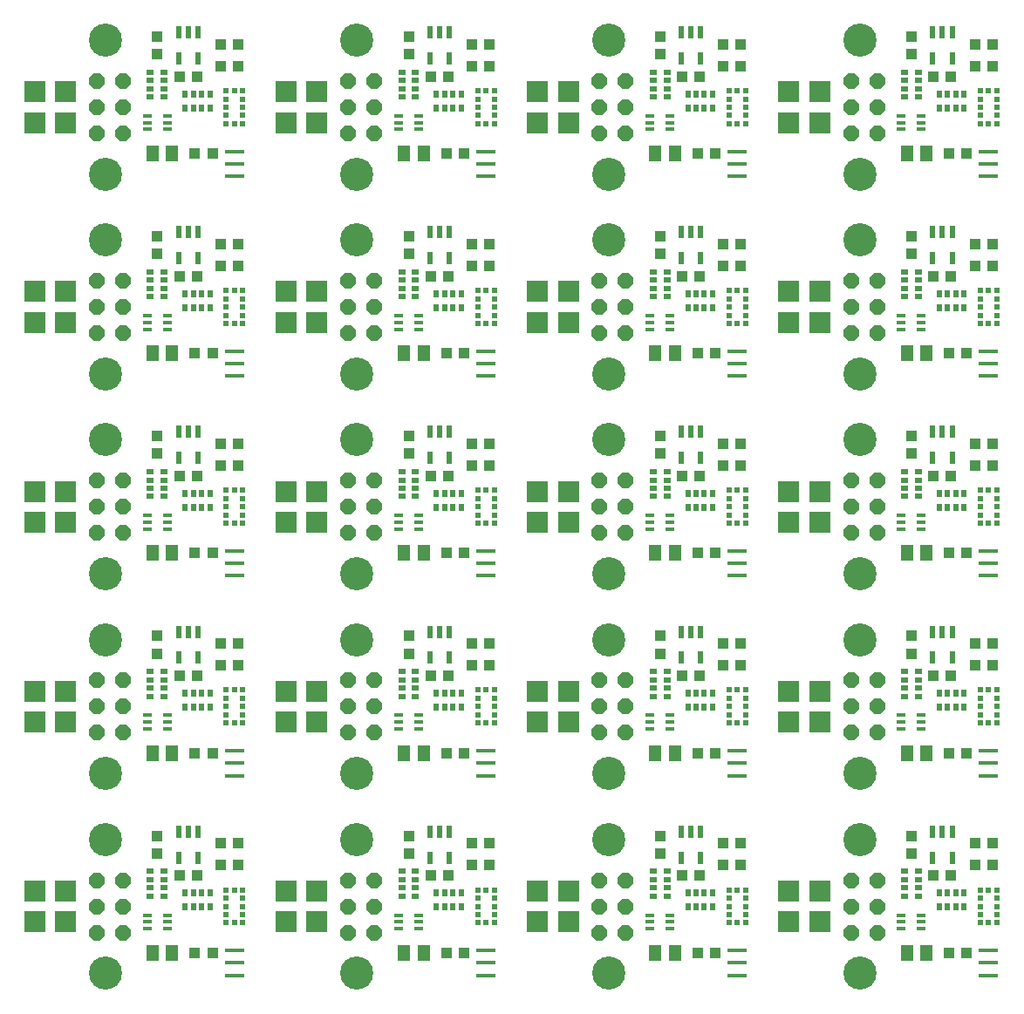
<source format=gbr>
G04 EAGLE Gerber RS-274X export*
G75*
%MOMM*%
%FSLAX34Y34*%
%LPD*%
%INSoldermask Top*%
%IPPOS*%
%AMOC8*
5,1,8,0,0,1.08239X$1,22.5*%
G01*
%ADD10P,1.649562X8X112.500000*%
%ADD11R,0.972800X0.389100*%
%ADD12R,0.583900X1.186400*%
%ADD13R,1.900000X0.400000*%
%ADD14R,0.500000X0.500000*%
%ADD15R,2.000000X2.000000*%
%ADD16R,1.000000X1.100000*%
%ADD17R,1.100000X1.000000*%
%ADD18R,1.300000X1.500000*%
%ADD19R,0.500000X0.650000*%
%ADD20R,0.650000X0.500000*%
%ADD21C,3.216000*%


D10*
X83300Y71600D03*
X108700Y71600D03*
X83300Y97000D03*
X108700Y97000D03*
X83300Y122400D03*
X108700Y122400D03*
D11*
X151782Y75500D03*
X151782Y82000D03*
X151782Y88500D03*
X132218Y88500D03*
X132218Y82000D03*
X132218Y75500D03*
D12*
X181500Y169644D03*
X172000Y169644D03*
X162500Y169644D03*
X162500Y144356D03*
X181500Y144356D03*
D13*
X217000Y42000D03*
X217000Y30000D03*
X217000Y54000D03*
D14*
X225000Y113000D03*
X225000Y105000D03*
X225000Y97000D03*
X225000Y89000D03*
X225000Y81000D03*
X217000Y81000D03*
X209000Y81000D03*
X209000Y89000D03*
X209000Y97000D03*
X209000Y105000D03*
X209000Y113000D03*
X217000Y113000D03*
D15*
X23000Y82000D03*
X23000Y112000D03*
X53000Y82000D03*
D16*
X142000Y148500D03*
X142000Y165500D03*
D17*
X180500Y127000D03*
X163500Y127000D03*
X220500Y158000D03*
X203500Y158000D03*
X220500Y137000D03*
X203500Y137000D03*
D15*
X53000Y112000D03*
D17*
X195500Y52000D03*
X178500Y52000D03*
D18*
X137500Y52000D03*
X156500Y52000D03*
D19*
X169000Y96250D03*
X177000Y96250D03*
X185000Y96250D03*
X193000Y96250D03*
X193000Y109750D03*
X185000Y109750D03*
X177000Y109750D03*
X169000Y109750D03*
D20*
X148750Y107000D03*
X148750Y115000D03*
X148750Y123000D03*
X148750Y131000D03*
X135250Y131000D03*
X135250Y123000D03*
X135250Y115000D03*
X135250Y107000D03*
D10*
X327300Y71600D03*
X352700Y71600D03*
X327300Y97000D03*
X352700Y97000D03*
X327300Y122400D03*
X352700Y122400D03*
D11*
X395782Y75500D03*
X395782Y82000D03*
X395782Y88500D03*
X376218Y88500D03*
X376218Y82000D03*
X376218Y75500D03*
D12*
X425500Y169644D03*
X416000Y169644D03*
X406500Y169644D03*
X406500Y144356D03*
X425500Y144356D03*
D13*
X461000Y42000D03*
X461000Y30000D03*
X461000Y54000D03*
D14*
X469000Y113000D03*
X469000Y105000D03*
X469000Y97000D03*
X469000Y89000D03*
X469000Y81000D03*
X461000Y81000D03*
X453000Y81000D03*
X453000Y89000D03*
X453000Y97000D03*
X453000Y105000D03*
X453000Y113000D03*
X461000Y113000D03*
D15*
X267000Y82000D03*
X267000Y112000D03*
X297000Y82000D03*
D16*
X386000Y148500D03*
X386000Y165500D03*
D17*
X424500Y127000D03*
X407500Y127000D03*
X464500Y158000D03*
X447500Y158000D03*
X464500Y137000D03*
X447500Y137000D03*
D15*
X297000Y112000D03*
D17*
X439500Y52000D03*
X422500Y52000D03*
D18*
X381500Y52000D03*
X400500Y52000D03*
D19*
X413000Y96250D03*
X421000Y96250D03*
X429000Y96250D03*
X437000Y96250D03*
X437000Y109750D03*
X429000Y109750D03*
X421000Y109750D03*
X413000Y109750D03*
D20*
X392750Y107000D03*
X392750Y115000D03*
X392750Y123000D03*
X392750Y131000D03*
X379250Y131000D03*
X379250Y123000D03*
X379250Y115000D03*
X379250Y107000D03*
D10*
X571300Y71600D03*
X596700Y71600D03*
X571300Y97000D03*
X596700Y97000D03*
X571300Y122400D03*
X596700Y122400D03*
D11*
X639782Y75500D03*
X639782Y82000D03*
X639782Y88500D03*
X620218Y88500D03*
X620218Y82000D03*
X620218Y75500D03*
D12*
X669500Y169644D03*
X660000Y169644D03*
X650500Y169644D03*
X650500Y144356D03*
X669500Y144356D03*
D13*
X705000Y42000D03*
X705000Y30000D03*
X705000Y54000D03*
D14*
X713000Y113000D03*
X713000Y105000D03*
X713000Y97000D03*
X713000Y89000D03*
X713000Y81000D03*
X705000Y81000D03*
X697000Y81000D03*
X697000Y89000D03*
X697000Y97000D03*
X697000Y105000D03*
X697000Y113000D03*
X705000Y113000D03*
D15*
X511000Y82000D03*
X511000Y112000D03*
X541000Y82000D03*
D16*
X630000Y148500D03*
X630000Y165500D03*
D17*
X668500Y127000D03*
X651500Y127000D03*
X708500Y158000D03*
X691500Y158000D03*
X708500Y137000D03*
X691500Y137000D03*
D15*
X541000Y112000D03*
D17*
X683500Y52000D03*
X666500Y52000D03*
D18*
X625500Y52000D03*
X644500Y52000D03*
D19*
X657000Y96250D03*
X665000Y96250D03*
X673000Y96250D03*
X681000Y96250D03*
X681000Y109750D03*
X673000Y109750D03*
X665000Y109750D03*
X657000Y109750D03*
D20*
X636750Y107000D03*
X636750Y115000D03*
X636750Y123000D03*
X636750Y131000D03*
X623250Y131000D03*
X623250Y123000D03*
X623250Y115000D03*
X623250Y107000D03*
D10*
X815300Y71600D03*
X840700Y71600D03*
X815300Y97000D03*
X840700Y97000D03*
X815300Y122400D03*
X840700Y122400D03*
D11*
X883782Y75500D03*
X883782Y82000D03*
X883782Y88500D03*
X864218Y88500D03*
X864218Y82000D03*
X864218Y75500D03*
D12*
X913500Y169644D03*
X904000Y169644D03*
X894500Y169644D03*
X894500Y144356D03*
X913500Y144356D03*
D13*
X949000Y42000D03*
X949000Y30000D03*
X949000Y54000D03*
D14*
X957000Y113000D03*
X957000Y105000D03*
X957000Y97000D03*
X957000Y89000D03*
X957000Y81000D03*
X949000Y81000D03*
X941000Y81000D03*
X941000Y89000D03*
X941000Y97000D03*
X941000Y105000D03*
X941000Y113000D03*
X949000Y113000D03*
D15*
X755000Y82000D03*
X755000Y112000D03*
X785000Y82000D03*
D16*
X874000Y148500D03*
X874000Y165500D03*
D17*
X912500Y127000D03*
X895500Y127000D03*
X952500Y158000D03*
X935500Y158000D03*
X952500Y137000D03*
X935500Y137000D03*
D15*
X785000Y112000D03*
D17*
X927500Y52000D03*
X910500Y52000D03*
D18*
X869500Y52000D03*
X888500Y52000D03*
D19*
X901000Y96250D03*
X909000Y96250D03*
X917000Y96250D03*
X925000Y96250D03*
X925000Y109750D03*
X917000Y109750D03*
X909000Y109750D03*
X901000Y109750D03*
D20*
X880750Y107000D03*
X880750Y115000D03*
X880750Y123000D03*
X880750Y131000D03*
X867250Y131000D03*
X867250Y123000D03*
X867250Y115000D03*
X867250Y107000D03*
D10*
X83300Y265600D03*
X108700Y265600D03*
X83300Y291000D03*
X108700Y291000D03*
X83300Y316400D03*
X108700Y316400D03*
D11*
X151782Y269500D03*
X151782Y276000D03*
X151782Y282500D03*
X132218Y282500D03*
X132218Y276000D03*
X132218Y269500D03*
D12*
X181500Y363644D03*
X172000Y363644D03*
X162500Y363644D03*
X162500Y338356D03*
X181500Y338356D03*
D13*
X217000Y236000D03*
X217000Y224000D03*
X217000Y248000D03*
D14*
X225000Y307000D03*
X225000Y299000D03*
X225000Y291000D03*
X225000Y283000D03*
X225000Y275000D03*
X217000Y275000D03*
X209000Y275000D03*
X209000Y283000D03*
X209000Y291000D03*
X209000Y299000D03*
X209000Y307000D03*
X217000Y307000D03*
D15*
X23000Y276000D03*
X23000Y306000D03*
X53000Y276000D03*
D16*
X142000Y342500D03*
X142000Y359500D03*
D17*
X180500Y321000D03*
X163500Y321000D03*
X220500Y352000D03*
X203500Y352000D03*
X220500Y331000D03*
X203500Y331000D03*
D15*
X53000Y306000D03*
D17*
X195500Y246000D03*
X178500Y246000D03*
D18*
X137500Y246000D03*
X156500Y246000D03*
D19*
X169000Y290250D03*
X177000Y290250D03*
X185000Y290250D03*
X193000Y290250D03*
X193000Y303750D03*
X185000Y303750D03*
X177000Y303750D03*
X169000Y303750D03*
D20*
X148750Y301000D03*
X148750Y309000D03*
X148750Y317000D03*
X148750Y325000D03*
X135250Y325000D03*
X135250Y317000D03*
X135250Y309000D03*
X135250Y301000D03*
D10*
X327300Y265600D03*
X352700Y265600D03*
X327300Y291000D03*
X352700Y291000D03*
X327300Y316400D03*
X352700Y316400D03*
D11*
X395782Y269500D03*
X395782Y276000D03*
X395782Y282500D03*
X376218Y282500D03*
X376218Y276000D03*
X376218Y269500D03*
D12*
X425500Y363644D03*
X416000Y363644D03*
X406500Y363644D03*
X406500Y338356D03*
X425500Y338356D03*
D13*
X461000Y236000D03*
X461000Y224000D03*
X461000Y248000D03*
D14*
X469000Y307000D03*
X469000Y299000D03*
X469000Y291000D03*
X469000Y283000D03*
X469000Y275000D03*
X461000Y275000D03*
X453000Y275000D03*
X453000Y283000D03*
X453000Y291000D03*
X453000Y299000D03*
X453000Y307000D03*
X461000Y307000D03*
D15*
X267000Y276000D03*
X267000Y306000D03*
X297000Y276000D03*
D16*
X386000Y342500D03*
X386000Y359500D03*
D17*
X424500Y321000D03*
X407500Y321000D03*
X464500Y352000D03*
X447500Y352000D03*
X464500Y331000D03*
X447500Y331000D03*
D15*
X297000Y306000D03*
D17*
X439500Y246000D03*
X422500Y246000D03*
D18*
X381500Y246000D03*
X400500Y246000D03*
D19*
X413000Y290250D03*
X421000Y290250D03*
X429000Y290250D03*
X437000Y290250D03*
X437000Y303750D03*
X429000Y303750D03*
X421000Y303750D03*
X413000Y303750D03*
D20*
X392750Y301000D03*
X392750Y309000D03*
X392750Y317000D03*
X392750Y325000D03*
X379250Y325000D03*
X379250Y317000D03*
X379250Y309000D03*
X379250Y301000D03*
D10*
X571300Y265600D03*
X596700Y265600D03*
X571300Y291000D03*
X596700Y291000D03*
X571300Y316400D03*
X596700Y316400D03*
D11*
X639782Y269500D03*
X639782Y276000D03*
X639782Y282500D03*
X620218Y282500D03*
X620218Y276000D03*
X620218Y269500D03*
D12*
X669500Y363644D03*
X660000Y363644D03*
X650500Y363644D03*
X650500Y338356D03*
X669500Y338356D03*
D13*
X705000Y236000D03*
X705000Y224000D03*
X705000Y248000D03*
D14*
X713000Y307000D03*
X713000Y299000D03*
X713000Y291000D03*
X713000Y283000D03*
X713000Y275000D03*
X705000Y275000D03*
X697000Y275000D03*
X697000Y283000D03*
X697000Y291000D03*
X697000Y299000D03*
X697000Y307000D03*
X705000Y307000D03*
D15*
X511000Y276000D03*
X511000Y306000D03*
X541000Y276000D03*
D16*
X630000Y342500D03*
X630000Y359500D03*
D17*
X668500Y321000D03*
X651500Y321000D03*
X708500Y352000D03*
X691500Y352000D03*
X708500Y331000D03*
X691500Y331000D03*
D15*
X541000Y306000D03*
D17*
X683500Y246000D03*
X666500Y246000D03*
D18*
X625500Y246000D03*
X644500Y246000D03*
D19*
X657000Y290250D03*
X665000Y290250D03*
X673000Y290250D03*
X681000Y290250D03*
X681000Y303750D03*
X673000Y303750D03*
X665000Y303750D03*
X657000Y303750D03*
D20*
X636750Y301000D03*
X636750Y309000D03*
X636750Y317000D03*
X636750Y325000D03*
X623250Y325000D03*
X623250Y317000D03*
X623250Y309000D03*
X623250Y301000D03*
D10*
X815300Y265600D03*
X840700Y265600D03*
X815300Y291000D03*
X840700Y291000D03*
X815300Y316400D03*
X840700Y316400D03*
D11*
X883782Y269500D03*
X883782Y276000D03*
X883782Y282500D03*
X864218Y282500D03*
X864218Y276000D03*
X864218Y269500D03*
D12*
X913500Y363644D03*
X904000Y363644D03*
X894500Y363644D03*
X894500Y338356D03*
X913500Y338356D03*
D13*
X949000Y236000D03*
X949000Y224000D03*
X949000Y248000D03*
D14*
X957000Y307000D03*
X957000Y299000D03*
X957000Y291000D03*
X957000Y283000D03*
X957000Y275000D03*
X949000Y275000D03*
X941000Y275000D03*
X941000Y283000D03*
X941000Y291000D03*
X941000Y299000D03*
X941000Y307000D03*
X949000Y307000D03*
D15*
X755000Y276000D03*
X755000Y306000D03*
X785000Y276000D03*
D16*
X874000Y342500D03*
X874000Y359500D03*
D17*
X912500Y321000D03*
X895500Y321000D03*
X952500Y352000D03*
X935500Y352000D03*
X952500Y331000D03*
X935500Y331000D03*
D15*
X785000Y306000D03*
D17*
X927500Y246000D03*
X910500Y246000D03*
D18*
X869500Y246000D03*
X888500Y246000D03*
D19*
X901000Y290250D03*
X909000Y290250D03*
X917000Y290250D03*
X925000Y290250D03*
X925000Y303750D03*
X917000Y303750D03*
X909000Y303750D03*
X901000Y303750D03*
D20*
X880750Y301000D03*
X880750Y309000D03*
X880750Y317000D03*
X880750Y325000D03*
X867250Y325000D03*
X867250Y317000D03*
X867250Y309000D03*
X867250Y301000D03*
D10*
X83300Y459600D03*
X108700Y459600D03*
X83300Y485000D03*
X108700Y485000D03*
X83300Y510400D03*
X108700Y510400D03*
D11*
X151782Y463500D03*
X151782Y470000D03*
X151782Y476500D03*
X132218Y476500D03*
X132218Y470000D03*
X132218Y463500D03*
D12*
X181500Y557644D03*
X172000Y557644D03*
X162500Y557644D03*
X162500Y532356D03*
X181500Y532356D03*
D13*
X217000Y430000D03*
X217000Y418000D03*
X217000Y442000D03*
D14*
X225000Y501000D03*
X225000Y493000D03*
X225000Y485000D03*
X225000Y477000D03*
X225000Y469000D03*
X217000Y469000D03*
X209000Y469000D03*
X209000Y477000D03*
X209000Y485000D03*
X209000Y493000D03*
X209000Y501000D03*
X217000Y501000D03*
D15*
X23000Y470000D03*
X23000Y500000D03*
X53000Y470000D03*
D16*
X142000Y536500D03*
X142000Y553500D03*
D17*
X180500Y515000D03*
X163500Y515000D03*
X220500Y546000D03*
X203500Y546000D03*
X220500Y525000D03*
X203500Y525000D03*
D15*
X53000Y500000D03*
D17*
X195500Y440000D03*
X178500Y440000D03*
D18*
X137500Y440000D03*
X156500Y440000D03*
D19*
X169000Y484250D03*
X177000Y484250D03*
X185000Y484250D03*
X193000Y484250D03*
X193000Y497750D03*
X185000Y497750D03*
X177000Y497750D03*
X169000Y497750D03*
D20*
X148750Y495000D03*
X148750Y503000D03*
X148750Y511000D03*
X148750Y519000D03*
X135250Y519000D03*
X135250Y511000D03*
X135250Y503000D03*
X135250Y495000D03*
D10*
X327300Y459600D03*
X352700Y459600D03*
X327300Y485000D03*
X352700Y485000D03*
X327300Y510400D03*
X352700Y510400D03*
D11*
X395782Y463500D03*
X395782Y470000D03*
X395782Y476500D03*
X376218Y476500D03*
X376218Y470000D03*
X376218Y463500D03*
D12*
X425500Y557644D03*
X416000Y557644D03*
X406500Y557644D03*
X406500Y532356D03*
X425500Y532356D03*
D13*
X461000Y430000D03*
X461000Y418000D03*
X461000Y442000D03*
D14*
X469000Y501000D03*
X469000Y493000D03*
X469000Y485000D03*
X469000Y477000D03*
X469000Y469000D03*
X461000Y469000D03*
X453000Y469000D03*
X453000Y477000D03*
X453000Y485000D03*
X453000Y493000D03*
X453000Y501000D03*
X461000Y501000D03*
D15*
X267000Y470000D03*
X267000Y500000D03*
X297000Y470000D03*
D16*
X386000Y536500D03*
X386000Y553500D03*
D17*
X424500Y515000D03*
X407500Y515000D03*
X464500Y546000D03*
X447500Y546000D03*
X464500Y525000D03*
X447500Y525000D03*
D15*
X297000Y500000D03*
D17*
X439500Y440000D03*
X422500Y440000D03*
D18*
X381500Y440000D03*
X400500Y440000D03*
D19*
X413000Y484250D03*
X421000Y484250D03*
X429000Y484250D03*
X437000Y484250D03*
X437000Y497750D03*
X429000Y497750D03*
X421000Y497750D03*
X413000Y497750D03*
D20*
X392750Y495000D03*
X392750Y503000D03*
X392750Y511000D03*
X392750Y519000D03*
X379250Y519000D03*
X379250Y511000D03*
X379250Y503000D03*
X379250Y495000D03*
D10*
X571300Y459600D03*
X596700Y459600D03*
X571300Y485000D03*
X596700Y485000D03*
X571300Y510400D03*
X596700Y510400D03*
D11*
X639782Y463500D03*
X639782Y470000D03*
X639782Y476500D03*
X620218Y476500D03*
X620218Y470000D03*
X620218Y463500D03*
D12*
X669500Y557644D03*
X660000Y557644D03*
X650500Y557644D03*
X650500Y532356D03*
X669500Y532356D03*
D13*
X705000Y430000D03*
X705000Y418000D03*
X705000Y442000D03*
D14*
X713000Y501000D03*
X713000Y493000D03*
X713000Y485000D03*
X713000Y477000D03*
X713000Y469000D03*
X705000Y469000D03*
X697000Y469000D03*
X697000Y477000D03*
X697000Y485000D03*
X697000Y493000D03*
X697000Y501000D03*
X705000Y501000D03*
D15*
X511000Y470000D03*
X511000Y500000D03*
X541000Y470000D03*
D16*
X630000Y536500D03*
X630000Y553500D03*
D17*
X668500Y515000D03*
X651500Y515000D03*
X708500Y546000D03*
X691500Y546000D03*
X708500Y525000D03*
X691500Y525000D03*
D15*
X541000Y500000D03*
D17*
X683500Y440000D03*
X666500Y440000D03*
D18*
X625500Y440000D03*
X644500Y440000D03*
D19*
X657000Y484250D03*
X665000Y484250D03*
X673000Y484250D03*
X681000Y484250D03*
X681000Y497750D03*
X673000Y497750D03*
X665000Y497750D03*
X657000Y497750D03*
D20*
X636750Y495000D03*
X636750Y503000D03*
X636750Y511000D03*
X636750Y519000D03*
X623250Y519000D03*
X623250Y511000D03*
X623250Y503000D03*
X623250Y495000D03*
D10*
X815300Y459600D03*
X840700Y459600D03*
X815300Y485000D03*
X840700Y485000D03*
X815300Y510400D03*
X840700Y510400D03*
D11*
X883782Y463500D03*
X883782Y470000D03*
X883782Y476500D03*
X864218Y476500D03*
X864218Y470000D03*
X864218Y463500D03*
D12*
X913500Y557644D03*
X904000Y557644D03*
X894500Y557644D03*
X894500Y532356D03*
X913500Y532356D03*
D13*
X949000Y430000D03*
X949000Y418000D03*
X949000Y442000D03*
D14*
X957000Y501000D03*
X957000Y493000D03*
X957000Y485000D03*
X957000Y477000D03*
X957000Y469000D03*
X949000Y469000D03*
X941000Y469000D03*
X941000Y477000D03*
X941000Y485000D03*
X941000Y493000D03*
X941000Y501000D03*
X949000Y501000D03*
D15*
X755000Y470000D03*
X755000Y500000D03*
X785000Y470000D03*
D16*
X874000Y536500D03*
X874000Y553500D03*
D17*
X912500Y515000D03*
X895500Y515000D03*
X952500Y546000D03*
X935500Y546000D03*
X952500Y525000D03*
X935500Y525000D03*
D15*
X785000Y500000D03*
D17*
X927500Y440000D03*
X910500Y440000D03*
D18*
X869500Y440000D03*
X888500Y440000D03*
D19*
X901000Y484250D03*
X909000Y484250D03*
X917000Y484250D03*
X925000Y484250D03*
X925000Y497750D03*
X917000Y497750D03*
X909000Y497750D03*
X901000Y497750D03*
D20*
X880750Y495000D03*
X880750Y503000D03*
X880750Y511000D03*
X880750Y519000D03*
X867250Y519000D03*
X867250Y511000D03*
X867250Y503000D03*
X867250Y495000D03*
D10*
X83300Y653600D03*
X108700Y653600D03*
X83300Y679000D03*
X108700Y679000D03*
X83300Y704400D03*
X108700Y704400D03*
D11*
X151782Y657500D03*
X151782Y664000D03*
X151782Y670500D03*
X132218Y670500D03*
X132218Y664000D03*
X132218Y657500D03*
D12*
X181500Y751644D03*
X172000Y751644D03*
X162500Y751644D03*
X162500Y726356D03*
X181500Y726356D03*
D13*
X217000Y624000D03*
X217000Y612000D03*
X217000Y636000D03*
D14*
X225000Y695000D03*
X225000Y687000D03*
X225000Y679000D03*
X225000Y671000D03*
X225000Y663000D03*
X217000Y663000D03*
X209000Y663000D03*
X209000Y671000D03*
X209000Y679000D03*
X209000Y687000D03*
X209000Y695000D03*
X217000Y695000D03*
D15*
X23000Y664000D03*
X23000Y694000D03*
X53000Y664000D03*
D16*
X142000Y730500D03*
X142000Y747500D03*
D17*
X180500Y709000D03*
X163500Y709000D03*
X220500Y740000D03*
X203500Y740000D03*
X220500Y719000D03*
X203500Y719000D03*
D15*
X53000Y694000D03*
D17*
X195500Y634000D03*
X178500Y634000D03*
D18*
X137500Y634000D03*
X156500Y634000D03*
D19*
X169000Y678250D03*
X177000Y678250D03*
X185000Y678250D03*
X193000Y678250D03*
X193000Y691750D03*
X185000Y691750D03*
X177000Y691750D03*
X169000Y691750D03*
D20*
X148750Y689000D03*
X148750Y697000D03*
X148750Y705000D03*
X148750Y713000D03*
X135250Y713000D03*
X135250Y705000D03*
X135250Y697000D03*
X135250Y689000D03*
D10*
X327300Y653600D03*
X352700Y653600D03*
X327300Y679000D03*
X352700Y679000D03*
X327300Y704400D03*
X352700Y704400D03*
D11*
X395782Y657500D03*
X395782Y664000D03*
X395782Y670500D03*
X376218Y670500D03*
X376218Y664000D03*
X376218Y657500D03*
D12*
X425500Y751644D03*
X416000Y751644D03*
X406500Y751644D03*
X406500Y726356D03*
X425500Y726356D03*
D13*
X461000Y624000D03*
X461000Y612000D03*
X461000Y636000D03*
D14*
X469000Y695000D03*
X469000Y687000D03*
X469000Y679000D03*
X469000Y671000D03*
X469000Y663000D03*
X461000Y663000D03*
X453000Y663000D03*
X453000Y671000D03*
X453000Y679000D03*
X453000Y687000D03*
X453000Y695000D03*
X461000Y695000D03*
D15*
X267000Y664000D03*
X267000Y694000D03*
X297000Y664000D03*
D16*
X386000Y730500D03*
X386000Y747500D03*
D17*
X424500Y709000D03*
X407500Y709000D03*
X464500Y740000D03*
X447500Y740000D03*
X464500Y719000D03*
X447500Y719000D03*
D15*
X297000Y694000D03*
D17*
X439500Y634000D03*
X422500Y634000D03*
D18*
X381500Y634000D03*
X400500Y634000D03*
D19*
X413000Y678250D03*
X421000Y678250D03*
X429000Y678250D03*
X437000Y678250D03*
X437000Y691750D03*
X429000Y691750D03*
X421000Y691750D03*
X413000Y691750D03*
D20*
X392750Y689000D03*
X392750Y697000D03*
X392750Y705000D03*
X392750Y713000D03*
X379250Y713000D03*
X379250Y705000D03*
X379250Y697000D03*
X379250Y689000D03*
D10*
X571300Y653600D03*
X596700Y653600D03*
X571300Y679000D03*
X596700Y679000D03*
X571300Y704400D03*
X596700Y704400D03*
D11*
X639782Y657500D03*
X639782Y664000D03*
X639782Y670500D03*
X620218Y670500D03*
X620218Y664000D03*
X620218Y657500D03*
D12*
X669500Y751644D03*
X660000Y751644D03*
X650500Y751644D03*
X650500Y726356D03*
X669500Y726356D03*
D13*
X705000Y624000D03*
X705000Y612000D03*
X705000Y636000D03*
D14*
X713000Y695000D03*
X713000Y687000D03*
X713000Y679000D03*
X713000Y671000D03*
X713000Y663000D03*
X705000Y663000D03*
X697000Y663000D03*
X697000Y671000D03*
X697000Y679000D03*
X697000Y687000D03*
X697000Y695000D03*
X705000Y695000D03*
D15*
X511000Y664000D03*
X511000Y694000D03*
X541000Y664000D03*
D16*
X630000Y730500D03*
X630000Y747500D03*
D17*
X668500Y709000D03*
X651500Y709000D03*
X708500Y740000D03*
X691500Y740000D03*
X708500Y719000D03*
X691500Y719000D03*
D15*
X541000Y694000D03*
D17*
X683500Y634000D03*
X666500Y634000D03*
D18*
X625500Y634000D03*
X644500Y634000D03*
D19*
X657000Y678250D03*
X665000Y678250D03*
X673000Y678250D03*
X681000Y678250D03*
X681000Y691750D03*
X673000Y691750D03*
X665000Y691750D03*
X657000Y691750D03*
D20*
X636750Y689000D03*
X636750Y697000D03*
X636750Y705000D03*
X636750Y713000D03*
X623250Y713000D03*
X623250Y705000D03*
X623250Y697000D03*
X623250Y689000D03*
D10*
X815300Y653600D03*
X840700Y653600D03*
X815300Y679000D03*
X840700Y679000D03*
X815300Y704400D03*
X840700Y704400D03*
D11*
X883782Y657500D03*
X883782Y664000D03*
X883782Y670500D03*
X864218Y670500D03*
X864218Y664000D03*
X864218Y657500D03*
D12*
X913500Y751644D03*
X904000Y751644D03*
X894500Y751644D03*
X894500Y726356D03*
X913500Y726356D03*
D13*
X949000Y624000D03*
X949000Y612000D03*
X949000Y636000D03*
D14*
X957000Y695000D03*
X957000Y687000D03*
X957000Y679000D03*
X957000Y671000D03*
X957000Y663000D03*
X949000Y663000D03*
X941000Y663000D03*
X941000Y671000D03*
X941000Y679000D03*
X941000Y687000D03*
X941000Y695000D03*
X949000Y695000D03*
D15*
X755000Y664000D03*
X755000Y694000D03*
X785000Y664000D03*
D16*
X874000Y730500D03*
X874000Y747500D03*
D17*
X912500Y709000D03*
X895500Y709000D03*
X952500Y740000D03*
X935500Y740000D03*
X952500Y719000D03*
X935500Y719000D03*
D15*
X785000Y694000D03*
D17*
X927500Y634000D03*
X910500Y634000D03*
D18*
X869500Y634000D03*
X888500Y634000D03*
D19*
X901000Y678250D03*
X909000Y678250D03*
X917000Y678250D03*
X925000Y678250D03*
X925000Y691750D03*
X917000Y691750D03*
X909000Y691750D03*
X901000Y691750D03*
D20*
X880750Y689000D03*
X880750Y697000D03*
X880750Y705000D03*
X880750Y713000D03*
X867250Y713000D03*
X867250Y705000D03*
X867250Y697000D03*
X867250Y689000D03*
D10*
X83300Y847600D03*
X108700Y847600D03*
X83300Y873000D03*
X108700Y873000D03*
X83300Y898400D03*
X108700Y898400D03*
D11*
X151782Y851500D03*
X151782Y858000D03*
X151782Y864500D03*
X132218Y864500D03*
X132218Y858000D03*
X132218Y851500D03*
D12*
X181500Y945644D03*
X172000Y945644D03*
X162500Y945644D03*
X162500Y920356D03*
X181500Y920356D03*
D13*
X217000Y818000D03*
X217000Y806000D03*
X217000Y830000D03*
D14*
X225000Y889000D03*
X225000Y881000D03*
X225000Y873000D03*
X225000Y865000D03*
X225000Y857000D03*
X217000Y857000D03*
X209000Y857000D03*
X209000Y865000D03*
X209000Y873000D03*
X209000Y881000D03*
X209000Y889000D03*
X217000Y889000D03*
D15*
X23000Y858000D03*
X23000Y888000D03*
X53000Y858000D03*
D16*
X142000Y924500D03*
X142000Y941500D03*
D17*
X180500Y903000D03*
X163500Y903000D03*
X220500Y934000D03*
X203500Y934000D03*
X220500Y913000D03*
X203500Y913000D03*
D15*
X53000Y888000D03*
D17*
X195500Y828000D03*
X178500Y828000D03*
D18*
X137500Y828000D03*
X156500Y828000D03*
D19*
X169000Y872250D03*
X177000Y872250D03*
X185000Y872250D03*
X193000Y872250D03*
X193000Y885750D03*
X185000Y885750D03*
X177000Y885750D03*
X169000Y885750D03*
D20*
X148750Y883000D03*
X148750Y891000D03*
X148750Y899000D03*
X148750Y907000D03*
X135250Y907000D03*
X135250Y899000D03*
X135250Y891000D03*
X135250Y883000D03*
D10*
X327300Y847600D03*
X352700Y847600D03*
X327300Y873000D03*
X352700Y873000D03*
X327300Y898400D03*
X352700Y898400D03*
D11*
X395782Y851500D03*
X395782Y858000D03*
X395782Y864500D03*
X376218Y864500D03*
X376218Y858000D03*
X376218Y851500D03*
D12*
X425500Y945644D03*
X416000Y945644D03*
X406500Y945644D03*
X406500Y920356D03*
X425500Y920356D03*
D13*
X461000Y818000D03*
X461000Y806000D03*
X461000Y830000D03*
D14*
X469000Y889000D03*
X469000Y881000D03*
X469000Y873000D03*
X469000Y865000D03*
X469000Y857000D03*
X461000Y857000D03*
X453000Y857000D03*
X453000Y865000D03*
X453000Y873000D03*
X453000Y881000D03*
X453000Y889000D03*
X461000Y889000D03*
D15*
X267000Y858000D03*
X267000Y888000D03*
X297000Y858000D03*
D16*
X386000Y924500D03*
X386000Y941500D03*
D17*
X424500Y903000D03*
X407500Y903000D03*
X464500Y934000D03*
X447500Y934000D03*
X464500Y913000D03*
X447500Y913000D03*
D15*
X297000Y888000D03*
D17*
X439500Y828000D03*
X422500Y828000D03*
D18*
X381500Y828000D03*
X400500Y828000D03*
D19*
X413000Y872250D03*
X421000Y872250D03*
X429000Y872250D03*
X437000Y872250D03*
X437000Y885750D03*
X429000Y885750D03*
X421000Y885750D03*
X413000Y885750D03*
D20*
X392750Y883000D03*
X392750Y891000D03*
X392750Y899000D03*
X392750Y907000D03*
X379250Y907000D03*
X379250Y899000D03*
X379250Y891000D03*
X379250Y883000D03*
D10*
X571300Y847600D03*
X596700Y847600D03*
X571300Y873000D03*
X596700Y873000D03*
X571300Y898400D03*
X596700Y898400D03*
D11*
X639782Y851500D03*
X639782Y858000D03*
X639782Y864500D03*
X620218Y864500D03*
X620218Y858000D03*
X620218Y851500D03*
D12*
X669500Y945644D03*
X660000Y945644D03*
X650500Y945644D03*
X650500Y920356D03*
X669500Y920356D03*
D13*
X705000Y818000D03*
X705000Y806000D03*
X705000Y830000D03*
D14*
X713000Y889000D03*
X713000Y881000D03*
X713000Y873000D03*
X713000Y865000D03*
X713000Y857000D03*
X705000Y857000D03*
X697000Y857000D03*
X697000Y865000D03*
X697000Y873000D03*
X697000Y881000D03*
X697000Y889000D03*
X705000Y889000D03*
D15*
X511000Y858000D03*
X511000Y888000D03*
X541000Y858000D03*
D16*
X630000Y924500D03*
X630000Y941500D03*
D17*
X668500Y903000D03*
X651500Y903000D03*
X708500Y934000D03*
X691500Y934000D03*
X708500Y913000D03*
X691500Y913000D03*
D15*
X541000Y888000D03*
D17*
X683500Y828000D03*
X666500Y828000D03*
D18*
X625500Y828000D03*
X644500Y828000D03*
D19*
X657000Y872250D03*
X665000Y872250D03*
X673000Y872250D03*
X681000Y872250D03*
X681000Y885750D03*
X673000Y885750D03*
X665000Y885750D03*
X657000Y885750D03*
D20*
X636750Y883000D03*
X636750Y891000D03*
X636750Y899000D03*
X636750Y907000D03*
X623250Y907000D03*
X623250Y899000D03*
X623250Y891000D03*
X623250Y883000D03*
D10*
X815300Y847600D03*
X840700Y847600D03*
X815300Y873000D03*
X840700Y873000D03*
X815300Y898400D03*
X840700Y898400D03*
D11*
X883782Y851500D03*
X883782Y858000D03*
X883782Y864500D03*
X864218Y864500D03*
X864218Y858000D03*
X864218Y851500D03*
D12*
X913500Y945644D03*
X904000Y945644D03*
X894500Y945644D03*
X894500Y920356D03*
X913500Y920356D03*
D13*
X949000Y818000D03*
X949000Y806000D03*
X949000Y830000D03*
D14*
X957000Y889000D03*
X957000Y881000D03*
X957000Y873000D03*
X957000Y865000D03*
X957000Y857000D03*
X949000Y857000D03*
X941000Y857000D03*
X941000Y865000D03*
X941000Y873000D03*
X941000Y881000D03*
X941000Y889000D03*
X949000Y889000D03*
D15*
X755000Y858000D03*
X755000Y888000D03*
X785000Y858000D03*
D16*
X874000Y924500D03*
X874000Y941500D03*
D17*
X912500Y903000D03*
X895500Y903000D03*
X952500Y934000D03*
X935500Y934000D03*
X952500Y913000D03*
X935500Y913000D03*
D15*
X785000Y888000D03*
D17*
X927500Y828000D03*
X910500Y828000D03*
D18*
X869500Y828000D03*
X888500Y828000D03*
D19*
X901000Y872250D03*
X909000Y872250D03*
X917000Y872250D03*
X925000Y872250D03*
X925000Y885750D03*
X917000Y885750D03*
X909000Y885750D03*
X901000Y885750D03*
D20*
X880750Y883000D03*
X880750Y891000D03*
X880750Y899000D03*
X880750Y907000D03*
X867250Y907000D03*
X867250Y899000D03*
X867250Y891000D03*
X867250Y883000D03*
D21*
X92000Y162000D03*
X92000Y32000D03*
X336000Y162000D03*
X336000Y32000D03*
X580000Y162000D03*
X580000Y32000D03*
X824000Y162000D03*
X824000Y32000D03*
X92000Y356000D03*
X92000Y226000D03*
X336000Y356000D03*
X336000Y226000D03*
X580000Y356000D03*
X580000Y226000D03*
X824000Y356000D03*
X824000Y226000D03*
X92000Y550000D03*
X92000Y420000D03*
X336000Y550000D03*
X336000Y420000D03*
X580000Y550000D03*
X580000Y420000D03*
X824000Y550000D03*
X824000Y420000D03*
X92000Y744000D03*
X92000Y614000D03*
X336000Y744000D03*
X336000Y614000D03*
X580000Y744000D03*
X580000Y614000D03*
X824000Y744000D03*
X824000Y614000D03*
X92000Y938000D03*
X92000Y808000D03*
X336000Y938000D03*
X336000Y808000D03*
X580000Y938000D03*
X580000Y808000D03*
X824000Y938000D03*
X824000Y808000D03*
M02*

</source>
